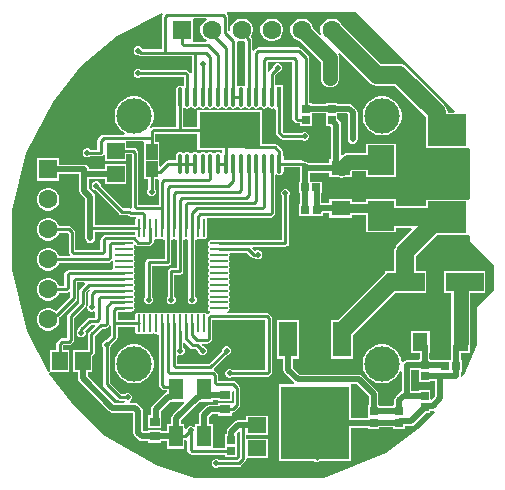
<source format=gtl>
G04*
G04 #@! TF.GenerationSoftware,Altium Limited,Altium Designer,22.10.1 (41)*
G04*
G04 Layer_Physical_Order=1*
G04 Layer_Color=255*
%FSLAX42Y42*%
%MOMM*%
G71*
G04*
G04 #@! TF.SameCoordinates,D2B3F530-26F6-4905-BC13-EF821CD2D141*
G04*
G04*
G04 #@! TF.FilePolarity,Positive*
G04*
G01*
G75*
%ADD14C,0.25*%
%ADD16R,1.01X1.33*%
%ADD17O,0.25X1.55*%
%ADD18O,1.55X0.25*%
%ADD19R,0.67X0.72*%
%ADD20R,0.72X0.67*%
%ADD21R,1.25X1.60*%
%ADD22R,1.55X1.35*%
%ADD23R,1.20X1.80*%
%ADD24R,0.85X0.75*%
%ADD25R,1.35X1.55*%
G04:AMPARAMS|DCode=26|XSize=1.66mm|YSize=0.38mm|CornerRadius=0.19mm|HoleSize=0mm|Usage=FLASHONLY|Rotation=270.000|XOffset=0mm|YOffset=0mm|HoleType=Round|Shape=RoundedRectangle|*
%AMROUNDEDRECTD26*
21,1,1.66,0.00,0,0,270.0*
21,1,1.27,0.38,0,0,270.0*
1,1,0.38,0.00,-0.64*
1,1,0.38,0.00,0.64*
1,1,0.38,0.00,0.64*
1,1,0.38,0.00,-0.64*
%
%ADD26ROUNDEDRECTD26*%
%ADD27R,0.38X1.66*%
%ADD28R,3.30X2.70*%
%ADD29R,2.20X2.50*%
%ADD30R,1.60X1.25*%
%ADD31R,3.20X1.60*%
%ADD32R,1.60X3.00*%
%ADD33R,5.80X6.20*%
%ADD39R,5.18X3.10*%
%ADD48C,0.51*%
%ADD49C,1.52*%
%ADD50C,0.76*%
%ADD51C,1.27*%
%ADD52C,3.00*%
%ADD53C,1.60*%
%ADD54R,1.60X1.60*%
%ADD55R,1.60X1.60*%
%ADD56C,1.52*%
%ADD57C,0.46*%
G36*
X9089Y9573D02*
X9073Y9563D01*
X9055Y9545D01*
X9043Y9524D01*
X9036Y9499D01*
Y9474D01*
X9043Y9450D01*
X9055Y9428D01*
X9073Y9411D01*
X9089Y9401D01*
X9086Y9388D01*
X8984D01*
X8973Y9392D01*
Y9582D01*
X8984Y9585D01*
X9086D01*
X9089Y9573D01*
D02*
G37*
G36*
X8722Y9623D02*
X8717Y9619D01*
X8711Y9610D01*
X8709Y9599D01*
X8709Y9599D01*
Y9321D01*
X8546D01*
X8541Y9331D01*
X8531Y9341D01*
X8517Y9347D01*
X8501D01*
X8487Y9341D01*
X8477Y9331D01*
X8471Y9317D01*
Y9302D01*
X8477Y9288D01*
X8487Y9277D01*
X8501Y9271D01*
X8513D01*
X8521Y9266D01*
X8532Y9264D01*
X8532Y9264D01*
X8963D01*
Y9122D01*
X8950Y9118D01*
X8946Y9124D01*
X8946Y9124D01*
X8931Y9139D01*
X8922Y9145D01*
X8911Y9147D01*
X8911Y9147D01*
X8534D01*
X8531Y9151D01*
X8517Y9157D01*
X8501D01*
X8487Y9151D01*
X8477Y9140D01*
X8471Y9126D01*
Y9111D01*
X8477Y9097D01*
X8487Y9086D01*
X8501Y9081D01*
X8517D01*
X8531Y9086D01*
X8534Y9090D01*
X8898D01*
Y9012D01*
X8890Y9009D01*
X8885Y9008D01*
X8875Y9015D01*
X8861Y9017D01*
X8848Y9015D01*
X8836Y9007D01*
X8829Y8996D01*
X8826Y8982D01*
Y8855D01*
X8829Y8841D01*
X8833Y8836D01*
Y8664D01*
X8638D01*
X8627Y8662D01*
X8622Y8659D01*
X8613Y8668D01*
X8621Y8681D01*
X8634Y8711D01*
X8640Y8743D01*
Y8775D01*
X8634Y8807D01*
X8621Y8837D01*
X8603Y8864D01*
X8580Y8887D01*
X8553Y8905D01*
X8523Y8918D01*
X8491Y8924D01*
X8459D01*
X8427Y8918D01*
X8397Y8905D01*
X8370Y8887D01*
X8347Y8864D01*
X8329Y8837D01*
X8316Y8807D01*
X8310Y8775D01*
Y8743D01*
X8316Y8711D01*
X8329Y8681D01*
X8347Y8654D01*
X8370Y8631D01*
X8395Y8614D01*
X8394Y8601D01*
X8217D01*
X8206Y8599D01*
X8197Y8593D01*
X8197Y8593D01*
X8171Y8567D01*
X8165Y8558D01*
X8163Y8547D01*
X8163Y8547D01*
Y8474D01*
X8103D01*
X8099Y8478D01*
X8085Y8484D01*
X8070D01*
X8056Y8478D01*
X8045Y8467D01*
X8039Y8453D01*
Y8438D01*
X8045Y8424D01*
X8056Y8413D01*
X8070Y8407D01*
X8085D01*
X8099Y8413D01*
X8103Y8417D01*
X8192D01*
X8202Y8419D01*
X8212Y8425D01*
X8213Y8427D01*
X8226Y8424D01*
Y8380D01*
X8411D01*
Y8434D01*
X8455D01*
Y7990D01*
X8455Y7990D01*
X8457Y7982D01*
X8452Y7977D01*
X8447Y7973D01*
X8444Y7975D01*
X8433Y7977D01*
X8433Y7977D01*
X8383D01*
X8192Y8168D01*
Y8174D01*
X8186Y8188D01*
X8175Y8198D01*
X8161Y8204D01*
X8146D01*
X8132Y8198D01*
X8121Y8188D01*
X8115Y8174D01*
Y8159D01*
X8121Y8145D01*
X8132Y8134D01*
X8146Y8128D01*
X8151D01*
X8351Y7929D01*
X8351Y7929D01*
X8360Y7922D01*
X8371Y7920D01*
X8371Y7920D01*
X8421D01*
X8428Y7914D01*
X8428Y7914D01*
X8437Y7908D01*
X8448Y7905D01*
X8491D01*
X8495Y7893D01*
X8493Y7892D01*
X8487Y7882D01*
X8485Y7872D01*
Y7835D01*
X8144D01*
Y8075D01*
X8141Y8091D01*
X8132Y8104D01*
X8093Y8143D01*
Y8226D01*
X8226D01*
Y8185D01*
X8411D01*
Y8350D01*
X8226D01*
Y8309D01*
X8093D01*
X8090Y8322D01*
X8081Y8335D01*
X8068Y8344D01*
X8052Y8347D01*
X7842D01*
Y8401D01*
X7652D01*
Y8211D01*
X7842D01*
Y8264D01*
X8010D01*
Y8126D01*
X8014Y8110D01*
X8022Y8097D01*
X8061Y8058D01*
Y7807D01*
Y7722D01*
X8064Y7706D01*
X8073Y7692D01*
X8087Y7683D01*
X8103Y7680D01*
X8118Y7683D01*
X8132Y7692D01*
X8141Y7706D01*
X8144Y7722D01*
Y7778D01*
X8485D01*
Y7760D01*
X8472Y7750D01*
X8471Y7750D01*
X8471Y7750D01*
X8232D01*
X8221Y7748D01*
X8212Y7742D01*
X8212Y7742D01*
X8197Y7727D01*
X8191Y7718D01*
X8188Y7707D01*
X8188Y7707D01*
Y7623D01*
X7979D01*
Y7772D01*
X7977Y7783D01*
X7970Y7793D01*
X7970Y7793D01*
X7945Y7818D01*
X7936Y7824D01*
X7925Y7826D01*
X7925Y7826D01*
X7838D01*
X7836Y7835D01*
X7823Y7856D01*
X7805Y7874D01*
X7784Y7887D01*
X7760Y7893D01*
X7734D01*
X7710Y7887D01*
X7689Y7874D01*
X7671Y7856D01*
X7658Y7835D01*
X7652Y7810D01*
Y7785D01*
X7658Y7761D01*
X7671Y7739D01*
X7689Y7722D01*
X7710Y7709D01*
X7734Y7703D01*
X7760D01*
X7784Y7709D01*
X7805Y7722D01*
X7823Y7739D01*
X7836Y7761D01*
X7838Y7769D01*
X7913D01*
X7922Y7761D01*
Y7609D01*
X7922Y7609D01*
X7924Y7599D01*
X7930Y7589D01*
X7934Y7585D01*
X7929Y7572D01*
X7838D01*
X7836Y7581D01*
X7823Y7602D01*
X7805Y7620D01*
X7784Y7633D01*
X7760Y7639D01*
X7734D01*
X7710Y7633D01*
X7689Y7620D01*
X7671Y7602D01*
X7658Y7581D01*
X7652Y7556D01*
Y7531D01*
X7658Y7507D01*
X7671Y7485D01*
X7689Y7468D01*
X7710Y7455D01*
X7734Y7449D01*
X7760D01*
X7784Y7455D01*
X7805Y7468D01*
X7823Y7485D01*
X7836Y7507D01*
X7838Y7515D01*
X8253D01*
X8253Y7515D01*
X8264Y7517D01*
X8273Y7524D01*
X8280Y7531D01*
X8284Y7530D01*
X8293Y7526D01*
X8295Y7518D01*
X8298Y7513D01*
X8300Y7504D01*
X8298Y7495D01*
X8295Y7490D01*
X8293Y7479D01*
X8294Y7470D01*
X8291Y7464D01*
X8287Y7458D01*
X7927D01*
X7916Y7455D01*
X7907Y7449D01*
X7907Y7449D01*
X7892Y7434D01*
X7886Y7425D01*
X7884Y7414D01*
X7884Y7414D01*
Y7318D01*
X7838D01*
X7836Y7327D01*
X7823Y7348D01*
X7805Y7366D01*
X7784Y7379D01*
X7760Y7385D01*
X7734D01*
X7710Y7379D01*
X7689Y7366D01*
X7671Y7348D01*
X7658Y7327D01*
X7652Y7302D01*
Y7277D01*
X7658Y7253D01*
X7671Y7231D01*
X7689Y7214D01*
X7710Y7201D01*
X7734Y7195D01*
X7760D01*
X7784Y7201D01*
X7805Y7214D01*
X7823Y7231D01*
X7836Y7253D01*
X7838Y7261D01*
X7897D01*
X7897Y7261D01*
X7908Y7263D01*
X7917Y7270D01*
X7922Y7274D01*
X7934Y7269D01*
Y7225D01*
X7867Y7158D01*
X7867Y7158D01*
X7813Y7104D01*
X7805Y7112D01*
X7784Y7125D01*
X7760Y7131D01*
X7734D01*
X7710Y7125D01*
X7689Y7112D01*
X7671Y7094D01*
X7658Y7073D01*
X7652Y7048D01*
Y7023D01*
X7658Y6999D01*
X7671Y6977D01*
X7689Y6960D01*
X7710Y6947D01*
X7734Y6941D01*
X7760D01*
X7784Y6947D01*
X7805Y6960D01*
X7823Y6977D01*
X7836Y6999D01*
X7842Y7023D01*
Y7048D01*
X7841Y7053D01*
X7844Y7055D01*
X7907Y7117D01*
X7907Y7117D01*
X7907Y7117D01*
X7983Y7193D01*
X7989Y7203D01*
X7991Y7214D01*
X7991Y7214D01*
Y7350D01*
X8055D01*
X8060Y7337D01*
X8019Y7296D01*
X8013Y7287D01*
X8011Y7276D01*
X8011Y7276D01*
Y7175D01*
X7917Y7081D01*
X7911Y7072D01*
X7909Y7061D01*
X7909Y7061D01*
Y6874D01*
X7861D01*
X7850Y6872D01*
X7841Y6865D01*
X7841Y6865D01*
X7824Y6848D01*
X7818Y6839D01*
X7816Y6828D01*
X7816Y6828D01*
Y6773D01*
X7761D01*
Y6593D01*
X7749Y6589D01*
X7747Y6591D01*
X7569Y6934D01*
X7442Y7455D01*
Y7963D01*
X7557Y8446D01*
X7785Y8877D01*
X8026Y9182D01*
X8331Y9436D01*
X8714Y9634D01*
X8722Y9623D01*
D02*
G37*
G36*
X9373Y9392D02*
X9398D01*
X9405Y9394D01*
X9418Y9384D01*
Y9012D01*
X9410Y9009D01*
X9405Y9008D01*
X9395Y9015D01*
X9381Y9017D01*
X9368Y9015D01*
X9357Y9008D01*
X9353Y9009D01*
X9345Y9012D01*
Y9386D01*
X9353Y9395D01*
X9357Y9396D01*
X9373Y9392D01*
D02*
G37*
G36*
X11190Y8800D02*
X11185Y8787D01*
X11141D01*
X11129Y8788D01*
X11125Y8812D01*
X11116Y8834D01*
X11102Y8854D01*
X11102Y8854D01*
X10784Y9171D01*
X10765Y9186D01*
X10743Y9195D01*
X10719Y9198D01*
X10567D01*
X10229Y9535D01*
X10224Y9545D01*
X10206Y9563D01*
X10184Y9576D01*
X10160Y9582D01*
X10135D01*
X10111Y9576D01*
X10089Y9563D01*
X10071Y9545D01*
X10059Y9524D01*
X10052Y9499D01*
Y9474D01*
X10058Y9453D01*
X10052Y9447D01*
X10047Y9445D01*
X9987Y9506D01*
X9982Y9524D01*
X9970Y9545D01*
X9952Y9563D01*
X9930Y9576D01*
X9906Y9582D01*
X9881D01*
X9857Y9576D01*
X9835Y9563D01*
X9817Y9545D01*
X9805Y9524D01*
X9798Y9499D01*
Y9474D01*
X9805Y9450D01*
X9817Y9428D01*
X9835Y9411D01*
X9857Y9398D01*
X9875Y9393D01*
X10055Y9213D01*
Y9081D01*
X10058Y9060D01*
X10066Y9041D01*
X10078Y9024D01*
X10095Y9012D01*
X10114Y9004D01*
X10135Y9001D01*
X10155Y9004D01*
X10174Y9012D01*
X10191Y9024D01*
X10203Y9041D01*
X10211Y9060D01*
X10214Y9081D01*
Y9246D01*
X10214Y9246D01*
X10213Y9256D01*
X10211Y9266D01*
X10205Y9280D01*
X10216Y9288D01*
X10463Y9041D01*
X10463Y9041D01*
X10482Y9026D01*
X10504Y9017D01*
X10528Y9014D01*
X10681D01*
X10944Y8750D01*
Y8695D01*
X10945Y8689D01*
Y8486D01*
X11303D01*
X11305Y8486D01*
X11316Y8481D01*
Y8056D01*
X11305Y8050D01*
X10945D01*
Y7992D01*
X10692D01*
Y8052D01*
X10441D01*
Y8030D01*
X10319D01*
Y8053D01*
X10128D01*
Y8017D01*
X10062D01*
Y8105D01*
X10068D01*
Y8202D01*
X9963D01*
Y8274D01*
X10128D01*
Y8238D01*
X10211D01*
X10224Y8236D01*
X10239D01*
X10239Y8236D01*
X10252Y8238D01*
X10319D01*
Y8283D01*
X10323Y8288D01*
X10441D01*
Y8242D01*
X10692D01*
Y8522D01*
X10441D01*
Y8447D01*
X10291D01*
X10290Y8447D01*
X10270Y8444D01*
X10251Y8436D01*
X10240Y8427D01*
X10239Y8427D01*
X10227Y8434D01*
Y8685D01*
X10224Y8701D01*
X10215Y8714D01*
X10196Y8733D01*
Y8779D01*
X10276D01*
X10284Y8771D01*
Y8560D01*
X10287Y8544D01*
X10296Y8531D01*
X10309Y8522D01*
X10325Y8518D01*
X10341Y8522D01*
X10354Y8531D01*
X10363Y8544D01*
X10367Y8560D01*
Y8788D01*
X10363Y8804D01*
X10354Y8818D01*
X10322Y8850D01*
X10309Y8859D01*
X10293Y8862D01*
X10196D01*
Y8872D01*
X10098D01*
Y8862D01*
X9980D01*
Y8872D01*
X9960D01*
Y9246D01*
X9958Y9257D01*
X9952Y9266D01*
X9952Y9266D01*
X9888Y9329D01*
X9879Y9335D01*
X9868Y9338D01*
X9868Y9338D01*
X9526D01*
X9515Y9335D01*
X9506Y9329D01*
X9506Y9329D01*
X9491Y9314D01*
X9487Y9309D01*
X9475Y9313D01*
Y9405D01*
X9475Y9405D01*
X9473Y9416D01*
X9466Y9425D01*
X9466Y9425D01*
X9462Y9429D01*
X9474Y9450D01*
X9481Y9474D01*
Y9499D01*
X9474Y9524D01*
X9462Y9545D01*
X9444Y9563D01*
X9422Y9576D01*
X9398Y9582D01*
X9373D01*
X9349Y9576D01*
X9327Y9563D01*
X9309Y9545D01*
X9297Y9524D01*
X9290Y9499D01*
Y9485D01*
X9277Y9478D01*
X9274Y9480D01*
Y9599D01*
X9272Y9610D01*
X9266Y9619D01*
X9266Y9619D01*
X9258Y9627D01*
X9264Y9639D01*
X10350D01*
X11190Y8800D01*
D02*
G37*
G36*
X9814Y8740D02*
X9814Y8740D01*
X9816Y8729D01*
X9822Y8720D01*
X9837Y8705D01*
X9837Y8705D01*
X9846Y8699D01*
X9857Y8696D01*
X9883D01*
Y8674D01*
X9980D01*
Y8779D01*
X10098D01*
Y8674D01*
X10138D01*
X10144Y8668D01*
Y8393D01*
X10128D01*
Y8357D01*
X9954D01*
X9951Y8361D01*
X9938Y8369D01*
X9922Y8373D01*
X9916Y8372D01*
X9914Y8374D01*
X9905Y8380D01*
X9894Y8382D01*
X9894Y8382D01*
X9741D01*
Y8417D01*
X9738Y8431D01*
X9732Y8440D01*
Y8457D01*
X9732Y8457D01*
X9730Y8468D01*
X9724Y8477D01*
X9687Y8514D01*
X9678Y8520D01*
X9667Y8522D01*
X9667Y8522D01*
X9558D01*
Y8806D01*
X9009D01*
Y8664D01*
X8890D01*
Y8825D01*
X8898Y8828D01*
X8902Y8829D01*
X8913Y8823D01*
X8926Y8820D01*
X8940Y8823D01*
X8951Y8830D01*
X8951Y8830D01*
X8966D01*
X8966Y8830D01*
X8978Y8823D01*
X8991Y8820D01*
X9005Y8823D01*
X9016Y8830D01*
X9016Y8830D01*
X9031D01*
X9031Y8830D01*
X9043Y8823D01*
X9056Y8820D01*
X9070Y8823D01*
X9081Y8830D01*
X9081Y8830D01*
X9096D01*
X9096Y8830D01*
X9108Y8823D01*
X9121Y8820D01*
X9135Y8823D01*
X9146Y8830D01*
X9146Y8830D01*
X9161D01*
X9161Y8830D01*
X9173Y8823D01*
X9186Y8820D01*
X9200Y8823D01*
X9211Y8830D01*
X9211Y8830D01*
X9226D01*
X9226Y8830D01*
X9238Y8823D01*
X9251Y8820D01*
X9265Y8823D01*
X9276Y8830D01*
X9276Y8830D01*
X9291D01*
X9291Y8830D01*
X9303Y8823D01*
X9316Y8820D01*
X9330Y8823D01*
X9341Y8830D01*
X9341Y8830D01*
X9356D01*
X9356Y8830D01*
X9368Y8823D01*
X9381Y8820D01*
X9395Y8823D01*
X9406Y8830D01*
X9406Y8830D01*
X9421D01*
X9421Y8830D01*
X9433Y8823D01*
X9446Y8820D01*
X9460Y8823D01*
X9471Y8830D01*
X9471Y8830D01*
X9486D01*
X9486Y8830D01*
X9498Y8823D01*
X9511Y8820D01*
X9525Y8823D01*
X9536Y8830D01*
X9536Y8830D01*
X9551D01*
X9551Y8830D01*
X9563Y8823D01*
X9576Y8820D01*
X9590Y8823D01*
X9601Y8830D01*
X9601Y8830D01*
X9616D01*
X9616Y8830D01*
X9628Y8823D01*
X9641Y8820D01*
X9655Y8823D01*
X9659Y8826D01*
X9672Y8821D01*
X9678Y8810D01*
Y8613D01*
X9678Y8613D01*
X9680Y8602D01*
X9686Y8593D01*
X9714Y8565D01*
X9714Y8565D01*
X9723Y8559D01*
X9734Y8557D01*
X9734Y8557D01*
X9893D01*
X9897Y8553D01*
X9911Y8547D01*
X9926D01*
X9940Y8553D01*
X9951Y8564D01*
X9957Y8578D01*
Y8593D01*
X9951Y8607D01*
X9940Y8618D01*
X9926Y8623D01*
X9911D01*
X9897Y8618D01*
X9893Y8614D01*
X9746D01*
X9735Y8625D01*
Y8821D01*
X9740D01*
Y9017D01*
X9672D01*
X9670Y9028D01*
Y9105D01*
X9692Y9127D01*
X9698D01*
X9712Y9133D01*
X9722Y9144D01*
X9728Y9158D01*
Y9173D01*
X9722Y9187D01*
X9712Y9198D01*
X9698Y9203D01*
X9683D01*
X9669Y9198D01*
X9658Y9187D01*
X9652Y9173D01*
Y9168D01*
X9621Y9137D01*
X9617Y9131D01*
X9605Y9135D01*
Y9217D01*
X9814D01*
Y8740D01*
D02*
G37*
G36*
X9009Y8466D02*
X9223D01*
Y8447D01*
X9215Y8444D01*
X9210Y8443D01*
X9200Y8449D01*
X9186Y8452D01*
X9173Y8449D01*
X9161Y8442D01*
X9161Y8442D01*
X9146D01*
X9146Y8442D01*
X9135Y8449D01*
X9121Y8452D01*
X9108Y8449D01*
X9096Y8442D01*
X9096Y8442D01*
X9081D01*
X9081Y8442D01*
X9070Y8449D01*
X9056Y8452D01*
X9043Y8449D01*
X9031Y8442D01*
X9031Y8442D01*
X9016D01*
X9016Y8442D01*
X9005Y8449D01*
X8991Y8452D01*
X8978Y8449D01*
X8966Y8442D01*
X8966Y8442D01*
X8951D01*
X8951Y8442D01*
X8940Y8449D01*
X8926Y8452D01*
X8913Y8449D01*
X8901Y8442D01*
X8901Y8442D01*
X8886D01*
X8886Y8442D01*
X8875Y8449D01*
X8861Y8452D01*
X8848Y8449D01*
X8836Y8442D01*
X8829Y8431D01*
X8826Y8417D01*
Y8382D01*
X8765D01*
X8754Y8380D01*
X8745Y8374D01*
X8745Y8374D01*
X8730Y8359D01*
X8730Y8359D01*
X8701Y8329D01*
X8689Y8334D01*
Y8372D01*
Y8536D01*
X8652D01*
Y8608D01*
X9009D01*
Y8466D01*
D02*
G37*
G36*
X9880Y8202D02*
X9871D01*
Y8105D01*
X9883D01*
Y8012D01*
X9874D01*
Y7914D01*
X10071D01*
Y7933D01*
X10072Y7933D01*
X10074Y7934D01*
X10128D01*
Y7898D01*
X10319D01*
Y7921D01*
X10441D01*
Y7772D01*
X10692D01*
Y7807D01*
X10822D01*
X10827Y7795D01*
X10703Y7671D01*
X10689Y7652D01*
X10679Y7630D01*
X10676Y7606D01*
Y7449D01*
X10598D01*
Y7427D01*
X10582Y7415D01*
X10582Y7415D01*
X10201Y7034D01*
X10141D01*
Y6703D01*
X10331D01*
Y6903D01*
X10685Y7257D01*
X10770D01*
X10776Y7258D01*
X10949D01*
Y7449D01*
X10861D01*
Y7568D01*
X11042Y7749D01*
X11305D01*
X11316Y7743D01*
Y7696D01*
X11519Y7493D01*
Y7277D01*
X11379Y7137D01*
Y6820D01*
X11278Y6579D01*
X11254Y6546D01*
X11242Y6551D01*
X11243Y6553D01*
Y6593D01*
X11252D01*
Y6691D01*
X11243D01*
Y6750D01*
X11317D01*
Y6833D01*
X11319Y6845D01*
Y7258D01*
X11449D01*
Y7449D01*
X11098D01*
Y7258D01*
X11160D01*
Y6845D01*
X11162Y6833D01*
Y6812D01*
X11161Y6808D01*
Y6766D01*
X11160Y6761D01*
Y6691D01*
X11055D01*
Y6690D01*
X10984D01*
Y6700D01*
X10976D01*
Y6750D01*
X10977D01*
Y6941D01*
X10822D01*
Y6750D01*
X10893D01*
Y6700D01*
X10886D01*
Y6690D01*
X10782D01*
X10766Y6687D01*
X10753Y6678D01*
X10753Y6678D01*
X10739Y6680D01*
X10734Y6707D01*
X10721Y6737D01*
X10703Y6764D01*
X10680Y6787D01*
X10653Y6805D01*
X10623Y6818D01*
X10591Y6824D01*
X10559D01*
X10527Y6818D01*
X10497Y6805D01*
X10470Y6787D01*
X10447Y6764D01*
X10429Y6737D01*
X10416Y6707D01*
X10410Y6675D01*
Y6643D01*
X10416Y6611D01*
X10429Y6581D01*
X10447Y6554D01*
X10470Y6531D01*
X10497Y6512D01*
X10527Y6500D01*
X10559Y6494D01*
X10591D01*
X10623Y6500D01*
X10653Y6512D01*
X10680Y6531D01*
X10703Y6554D01*
X10721Y6581D01*
X10728Y6597D01*
X10741Y6594D01*
Y6426D01*
X10728Y6417D01*
X10689Y6379D01*
X10681Y6366D01*
X10677Y6350D01*
Y6309D01*
X10670D01*
Y6300D01*
X10552D01*
Y6309D01*
X10544D01*
Y6401D01*
X10541Y6417D01*
X10532Y6430D01*
X10405Y6557D01*
X10392Y6566D01*
X10376Y6569D01*
X9877D01*
X9821Y6626D01*
Y6703D01*
X9874D01*
Y7034D01*
X9684D01*
Y6703D01*
X9738D01*
Y6608D01*
X9741Y6593D01*
X9750Y6579D01*
X9830Y6499D01*
X9832Y6497D01*
X9828Y6485D01*
X9702D01*
Y5834D01*
X10001D01*
X10008Y5829D01*
X10019Y5826D01*
X10030Y5828D01*
X10040Y5834D01*
X10040Y5834D01*
X10313D01*
Y6118D01*
X10454D01*
Y6111D01*
X10552D01*
Y6121D01*
X10670D01*
Y6111D01*
X10768D01*
Y6131D01*
X10817D01*
X10833Y6135D01*
X10847Y6144D01*
X10944Y6241D01*
X10984D01*
Y6261D01*
X11002D01*
X11014Y6264D01*
X11022Y6253D01*
X10909Y6134D01*
X10604Y5906D01*
X10084Y5690D01*
X8992D01*
X8661Y5804D01*
X8230Y6045D01*
X7938Y6337D01*
X7759Y6576D01*
X7766Y6587D01*
X7927D01*
Y6773D01*
X7873D01*
Y6816D01*
X7873Y6817D01*
X7923D01*
X7923Y6817D01*
X7934Y6819D01*
X7943Y6825D01*
X7958Y6840D01*
X7958Y6840D01*
X7964Y6849D01*
X7966Y6860D01*
Y7049D01*
X8059Y7143D01*
X8059Y7143D01*
X8065Y7152D01*
X8068Y7163D01*
Y7264D01*
X8094Y7291D01*
X8094Y7291D01*
X8098Y7277D01*
X8095Y7274D01*
X8089Y7265D01*
X8087Y7254D01*
X8087Y7254D01*
Y7163D01*
X8083Y7159D01*
X8077Y7145D01*
Y7130D01*
X8083Y7116D01*
X8094Y7105D01*
X8108Y7099D01*
X8123D01*
X8135Y7104D01*
X8148Y7099D01*
Y7049D01*
X8100D01*
X8100Y7049D01*
X8089Y7047D01*
X8080Y7041D01*
X8080Y7041D01*
X8010Y6971D01*
X8004Y6962D01*
X8002Y6951D01*
X8002Y6951D01*
Y6951D01*
X7994Y6943D01*
X7988Y6929D01*
Y6914D01*
X7994Y6900D01*
X8005Y6889D01*
X8019Y6883D01*
X8034D01*
X8048Y6889D01*
X8059Y6900D01*
X8064Y6914D01*
Y6929D01*
X8060Y6940D01*
X8112Y6992D01*
X8142D01*
X8147Y6980D01*
X8094Y6928D01*
X8088Y6919D01*
X8086Y6908D01*
X8086Y6908D01*
Y6773D01*
X7956D01*
Y6587D01*
X7998D01*
Y6540D01*
X8001Y6525D01*
X8010Y6511D01*
X8263Y6258D01*
X8276Y6249D01*
X8292Y6246D01*
X8462D01*
X8468Y6241D01*
Y6075D01*
X8471Y6059D01*
X8480Y6046D01*
X8509Y6016D01*
X8523Y6007D01*
X8539Y6004D01*
X8591D01*
Y5992D01*
X8706D01*
Y6004D01*
X8751D01*
Y5940D01*
X8902D01*
Y6013D01*
X8903Y6015D01*
X8913Y6017D01*
X8925Y6008D01*
Y5933D01*
X8925Y5933D01*
X8927Y5922D01*
X8933Y5913D01*
X8948Y5898D01*
X8948Y5898D01*
X8957Y5892D01*
X8968Y5890D01*
X9248D01*
Y5867D01*
X9345D01*
Y5963D01*
Y6065D01*
X9345D01*
X9348Y6076D01*
X9357Y6085D01*
X9370Y6080D01*
Y5867D01*
X9348Y5845D01*
X9195D01*
X9191Y5849D01*
X9177Y5855D01*
X9162D01*
X9148Y5849D01*
X9137Y5838D01*
X9131Y5824D01*
Y5809D01*
X9137Y5795D01*
X9148Y5784D01*
X9162Y5778D01*
X9177D01*
X9191Y5784D01*
X9195Y5788D01*
X9360D01*
X9360Y5788D01*
X9371Y5790D01*
X9380Y5796D01*
X9418Y5835D01*
X9424Y5844D01*
X9426Y5855D01*
X9436Y5861D01*
X9605D01*
Y6026D01*
X9426D01*
Y6056D01*
X9605D01*
Y6221D01*
X9420D01*
Y6180D01*
X9352D01*
X9336Y6177D01*
X9322Y6168D01*
X9270Y6116D01*
X9261Y6102D01*
X9258Y6086D01*
Y6065D01*
X9248D01*
Y5947D01*
X9142D01*
Y6150D01*
X9108D01*
Y6205D01*
X9136Y6232D01*
X9188D01*
Y6221D01*
X9303D01*
Y6239D01*
X9311Y6248D01*
X9322Y6250D01*
X9331Y6256D01*
X9367Y6292D01*
X9367Y6292D01*
X9374Y6301D01*
X9376Y6312D01*
X9376Y6312D01*
Y6452D01*
X9376Y6452D01*
X9374Y6463D01*
X9367Y6472D01*
X9329Y6510D01*
X9320Y6516D01*
X9309Y6518D01*
X9309Y6518D01*
X9185D01*
Y6564D01*
X9183Y6575D01*
X9177Y6584D01*
X9177Y6584D01*
X9162Y6599D01*
X9153Y6605D01*
X9152Y6605D01*
X9148Y6619D01*
X9260Y6731D01*
X9266D01*
X9280Y6737D01*
X9291Y6748D01*
X9296Y6762D01*
Y6777D01*
X9291Y6791D01*
X9280Y6801D01*
X9266Y6807D01*
X9251D01*
X9237Y6801D01*
X9226Y6791D01*
X9220Y6777D01*
Y6771D01*
X9107Y6658D01*
X8842D01*
Y6724D01*
X8855Y6732D01*
X8857Y6731D01*
X8872D01*
X8886Y6737D01*
X8897Y6748D01*
X8903Y6762D01*
Y6777D01*
X8897Y6791D01*
X8893Y6794D01*
Y6835D01*
X8906Y6840D01*
X8951Y6795D01*
X8951Y6795D01*
X8960Y6789D01*
X8971Y6786D01*
X8971Y6786D01*
X8998D01*
X9017Y6767D01*
Y6762D01*
X9023Y6748D01*
X9034Y6737D01*
X9048Y6731D01*
X9063D01*
X9077Y6737D01*
X9087Y6748D01*
X9093Y6762D01*
Y6777D01*
X9087Y6791D01*
X9077Y6801D01*
X9063Y6807D01*
X9057D01*
X9047Y6818D01*
X9052Y6830D01*
X9091D01*
X9091Y6830D01*
X9102Y6832D01*
X9111Y6838D01*
X9126Y6853D01*
X9126Y6853D01*
X9132Y6862D01*
X9134Y6873D01*
Y7033D01*
X9585D01*
Y6607D01*
X9309D01*
X9305Y6611D01*
X9291Y6617D01*
X9276D01*
X9262Y6611D01*
X9251Y6600D01*
X9246Y6586D01*
Y6571D01*
X9251Y6557D01*
X9262Y6546D01*
X9276Y6540D01*
X9291D01*
X9305Y6546D01*
X9309Y6550D01*
X9599D01*
X9599Y6550D01*
X9610Y6552D01*
X9619Y6558D01*
X9634Y6573D01*
X9634Y6573D01*
X9640Y6583D01*
X9642Y6593D01*
Y7046D01*
X9640Y7057D01*
X9634Y7066D01*
X9634Y7066D01*
X9619Y7081D01*
X9610Y7088D01*
X9599Y7090D01*
X9599Y7090D01*
X9265D01*
X9264Y7102D01*
X9267Y7103D01*
X9276Y7109D01*
X9282Y7118D01*
X9284Y7129D01*
X9282Y7140D01*
X9276Y7149D01*
Y7159D01*
X9282Y7168D01*
X9284Y7179D01*
X9282Y7190D01*
X9276Y7199D01*
Y7209D01*
X9282Y7218D01*
X9284Y7229D01*
X9282Y7240D01*
X9276Y7249D01*
Y7259D01*
X9282Y7268D01*
X9284Y7279D01*
X9282Y7290D01*
X9276Y7299D01*
Y7309D01*
X9282Y7318D01*
X9284Y7329D01*
X9282Y7340D01*
X9276Y7349D01*
Y7359D01*
X9282Y7368D01*
X9284Y7379D01*
X9282Y7390D01*
X9276Y7399D01*
Y7409D01*
X9282Y7418D01*
X9284Y7429D01*
X9282Y7440D01*
X9276Y7449D01*
Y7459D01*
X9282Y7468D01*
X9284Y7479D01*
X9282Y7490D01*
X9276Y7499D01*
Y7509D01*
X9282Y7518D01*
X9284Y7529D01*
X9282Y7540D01*
X9276Y7549D01*
Y7559D01*
X9282Y7568D01*
X9284Y7579D01*
X9282Y7588D01*
X9286Y7595D01*
X9290Y7601D01*
X9429D01*
X9468Y7562D01*
X9468Y7562D01*
X9478Y7556D01*
X9488Y7553D01*
X9488Y7553D01*
X9497D01*
X9501Y7550D01*
X9515Y7544D01*
X9530D01*
X9544Y7550D01*
X9555Y7560D01*
X9561Y7574D01*
Y7589D01*
X9555Y7603D01*
X9544Y7614D01*
X9530Y7620D01*
X9515D01*
X9501Y7614D01*
X9499Y7612D01*
X9473Y7638D01*
X9478Y7651D01*
X9757D01*
X9768Y7653D01*
X9777Y7659D01*
X9783Y7668D01*
X9785Y7679D01*
Y8077D01*
X9789Y8081D01*
X9795Y8095D01*
Y8110D01*
X9789Y8124D01*
X9778Y8135D01*
X9764Y8141D01*
X9749D01*
X9735Y8135D01*
X9724Y8124D01*
X9719Y8110D01*
Y8095D01*
X9724Y8081D01*
X9728Y8077D01*
Y7708D01*
X9191D01*
X9190Y7707D01*
X9126D01*
X9115Y7705D01*
X9106Y7699D01*
X9100Y7690D01*
X9098Y7679D01*
X9100Y7668D01*
X9106Y7659D01*
Y7649D01*
X9100Y7640D01*
X9098Y7629D01*
X9100Y7618D01*
X9106Y7609D01*
Y7599D01*
X9100Y7590D01*
X9098Y7579D01*
X9100Y7568D01*
X9106Y7559D01*
Y7549D01*
X9100Y7540D01*
X9098Y7529D01*
X9100Y7518D01*
X9106Y7509D01*
Y7499D01*
X9100Y7490D01*
X9098Y7479D01*
X9100Y7468D01*
X9106Y7459D01*
Y7449D01*
X9100Y7440D01*
X9098Y7429D01*
X9100Y7418D01*
X9106Y7409D01*
Y7399D01*
X9100Y7390D01*
X9098Y7379D01*
X9100Y7368D01*
X9106Y7359D01*
Y7349D01*
X9100Y7340D01*
X9098Y7329D01*
X9100Y7318D01*
X9106Y7309D01*
Y7299D01*
X9100Y7290D01*
X9098Y7279D01*
X9100Y7268D01*
X9106Y7259D01*
Y7249D01*
X9100Y7240D01*
X9098Y7229D01*
X9100Y7218D01*
X9106Y7209D01*
Y7199D01*
X9100Y7190D01*
X9098Y7179D01*
X9100Y7168D01*
X9106Y7159D01*
Y7149D01*
X9100Y7140D01*
X9098Y7129D01*
X9100Y7118D01*
X9106Y7109D01*
X9115Y7103D01*
X9120Y7102D01*
X9121Y7090D01*
X9110Y7088D01*
X9101Y7082D01*
X9100Y7081D01*
X9085Y7084D01*
X9083Y7087D01*
X9074Y7093D01*
X9063Y7095D01*
X9053Y7093D01*
X9043Y7087D01*
X9033D01*
X9024Y7093D01*
X9013Y7095D01*
X9003Y7093D01*
X8997Y7089D01*
X8988Y7087D01*
X8980Y7089D01*
X8974Y7093D01*
X8963Y7095D01*
X8953Y7093D01*
X8947Y7089D01*
X8938Y7087D01*
X8930Y7089D01*
X8924Y7093D01*
X8913Y7095D01*
X8903Y7093D01*
X8893Y7087D01*
X8883D01*
X8874Y7093D01*
X8863Y7095D01*
X8853Y7093D01*
X8847Y7089D01*
X8838Y7087D01*
X8830Y7089D01*
X8824Y7093D01*
X8813Y7095D01*
X8803Y7093D01*
X8793Y7087D01*
X8783D01*
X8774Y7093D01*
X8763Y7095D01*
X8753Y7093D01*
X8747Y7089D01*
X8738Y7087D01*
X8730Y7089D01*
X8724Y7093D01*
X8713Y7095D01*
X8703Y7093D01*
X8697Y7089D01*
X8688Y7087D01*
X8680Y7089D01*
X8674Y7093D01*
X8663Y7095D01*
X8653Y7093D01*
X8643Y7087D01*
X8633D01*
X8624Y7093D01*
X8613Y7095D01*
X8603Y7093D01*
X8597Y7089D01*
X8588Y7087D01*
X8580Y7089D01*
X8574Y7093D01*
X8563Y7095D01*
X8553Y7093D01*
X8547Y7089D01*
X8538Y7087D01*
X8530Y7089D01*
X8524Y7093D01*
X8513Y7095D01*
X8503Y7093D01*
X8493Y7087D01*
X8487Y7077D01*
X8485Y7067D01*
Y7030D01*
X8336D01*
Y7101D01*
X8386D01*
X8387Y7101D01*
X8451D01*
X8462Y7103D01*
X8471Y7109D01*
X8477Y7118D01*
X8479Y7129D01*
X8477Y7140D01*
X8473Y7145D01*
X8472Y7154D01*
X8473Y7163D01*
X8477Y7168D01*
X8479Y7179D01*
X8477Y7190D01*
X8473Y7195D01*
X8472Y7204D01*
X8473Y7213D01*
X8477Y7218D01*
X8479Y7229D01*
X8477Y7240D01*
X8473Y7245D01*
X8472Y7254D01*
X8473Y7263D01*
X8477Y7268D01*
X8479Y7279D01*
X8477Y7290D01*
X8473Y7295D01*
X8472Y7304D01*
X8473Y7313D01*
X8477Y7318D01*
X8479Y7329D01*
X8477Y7340D01*
X8473Y7345D01*
X8472Y7354D01*
X8473Y7363D01*
X8477Y7368D01*
X8479Y7379D01*
X8477Y7390D01*
X8471Y7399D01*
Y7409D01*
X8477Y7418D01*
X8479Y7429D01*
X8477Y7440D01*
X8473Y7445D01*
X8472Y7454D01*
X8473Y7463D01*
X8477Y7468D01*
X8479Y7479D01*
X8477Y7490D01*
X8473Y7495D01*
X8472Y7504D01*
X8473Y7513D01*
X8477Y7518D01*
X8479Y7529D01*
X8477Y7540D01*
X8473Y7545D01*
X8472Y7554D01*
X8473Y7563D01*
X8477Y7568D01*
X8479Y7579D01*
X8477Y7590D01*
X8473Y7595D01*
X8472Y7604D01*
X8473Y7613D01*
X8477Y7618D01*
X8479Y7629D01*
X8477Y7640D01*
X8471Y7649D01*
Y7659D01*
X8473Y7662D01*
X8488Y7664D01*
X8489Y7663D01*
X8498Y7657D01*
X8509Y7655D01*
X8509Y7655D01*
X8599D01*
X8599Y7655D01*
X8609Y7657D01*
X8619Y7663D01*
X8634Y7678D01*
X8634Y7678D01*
X8640Y7687D01*
X8642Y7698D01*
Y7707D01*
X8648Y7712D01*
X8655Y7715D01*
X8663Y7713D01*
X8674Y7715D01*
X8680Y7719D01*
X8688Y7721D01*
X8697Y7719D01*
X8703Y7715D01*
X8713Y7713D01*
X8722Y7715D01*
X8729Y7712D01*
X8735Y7707D01*
Y7547D01*
X8598D01*
X8587Y7545D01*
X8578Y7539D01*
X8572Y7529D01*
X8569Y7518D01*
Y7226D01*
X8566Y7222D01*
X8560Y7208D01*
Y7193D01*
X8566Y7179D01*
X8576Y7169D01*
X8590Y7163D01*
X8605D01*
X8619Y7169D01*
X8630Y7179D01*
X8636Y7193D01*
Y7208D01*
X8630Y7222D01*
X8626Y7226D01*
Y7490D01*
X8763D01*
X8774Y7492D01*
X8784Y7498D01*
X8790Y7507D01*
X8792Y7518D01*
Y7707D01*
X8798Y7712D01*
X8805Y7715D01*
X8813Y7713D01*
X8822Y7715D01*
X8829Y7712D01*
X8835Y7707D01*
Y7471D01*
X8788D01*
X8777Y7469D01*
X8768Y7462D01*
X8762Y7453D01*
X8760Y7442D01*
Y7226D01*
X8756Y7222D01*
X8750Y7208D01*
Y7193D01*
X8756Y7179D01*
X8767Y7169D01*
X8781Y7163D01*
X8796D01*
X8810Y7169D01*
X8821Y7179D01*
X8826Y7193D01*
Y7208D01*
X8821Y7222D01*
X8817Y7226D01*
Y7414D01*
X8863D01*
X8874Y7416D01*
X8884Y7422D01*
X8890Y7431D01*
X8892Y7442D01*
Y7707D01*
X8898Y7712D01*
X8905Y7715D01*
X8913Y7713D01*
X8922Y7715D01*
X8929Y7712D01*
X8935Y7707D01*
Y7226D01*
X8935Y7225D01*
X8935Y7224D01*
X8934Y7222D01*
X8928Y7208D01*
Y7193D01*
X8934Y7179D01*
X8945Y7169D01*
X8959Y7163D01*
X8974D01*
X8988Y7169D01*
X8999Y7179D01*
X9004Y7193D01*
Y7208D01*
X8999Y7222D01*
X8992Y7229D01*
Y7707D01*
X8998Y7712D01*
X9005Y7715D01*
X9013Y7713D01*
X9024Y7715D01*
X9030Y7719D01*
X9038Y7721D01*
X9047Y7719D01*
X9053Y7715D01*
X9063Y7713D01*
X9074Y7715D01*
X9083Y7722D01*
X9090Y7731D01*
X9092Y7742D01*
Y7872D01*
X9090Y7882D01*
X9089Y7884D01*
X9096Y7896D01*
X9626D01*
X9626Y7896D01*
X9637Y7898D01*
X9646Y7905D01*
X9661Y7920D01*
X9661Y7920D01*
X9668Y7929D01*
X9670Y7940D01*
Y8260D01*
X9678Y8263D01*
X9682Y8264D01*
X9693Y8257D01*
X9706Y8255D01*
X9720Y8257D01*
X9731Y8265D01*
X9738Y8276D01*
X9741Y8290D01*
Y8325D01*
X9880D01*
Y8202D01*
D02*
G37*
G36*
X8557Y8536D02*
Y8372D01*
Y8224D01*
X8595D01*
Y8141D01*
X8591Y8137D01*
X8585Y8123D01*
Y8108D01*
X8591Y8094D01*
X8602Y8083D01*
X8616Y8077D01*
X8631D01*
X8645Y8083D01*
X8656Y8094D01*
X8661Y8108D01*
Y8123D01*
X8656Y8137D01*
X8652Y8141D01*
Y8224D01*
X8679D01*
X8686Y8215D01*
X8687Y8211D01*
X8685Y8202D01*
X8685Y8202D01*
Y8004D01*
X8512D01*
Y8448D01*
X8510Y8459D01*
X8504Y8468D01*
X8504Y8468D01*
X8489Y8483D01*
X8480Y8489D01*
X8469Y8491D01*
X8469Y8491D01*
X8411D01*
Y8544D01*
X8548D01*
X8557Y8536D01*
D02*
G37*
G36*
X8279Y6982D02*
Y6897D01*
X8240Y6858D01*
X8235D01*
X8221Y6852D01*
X8210Y6841D01*
X8204Y6827D01*
Y6812D01*
X8210Y6798D01*
X8214Y6795D01*
Y6486D01*
X8214Y6486D01*
X8216Y6475D01*
X8222Y6466D01*
X8333Y6355D01*
X8333Y6355D01*
X8342Y6349D01*
X8353Y6347D01*
X8353Y6347D01*
X8391D01*
X8397Y6342D01*
X8391Y6329D01*
X8309D01*
X8081Y6558D01*
Y6587D01*
X8122D01*
Y6727D01*
X8135Y6740D01*
X8135Y6740D01*
X8141Y6749D01*
X8143Y6760D01*
Y6896D01*
X8203Y6957D01*
X8227D01*
X8227Y6957D01*
X8238Y6959D01*
X8248Y6965D01*
X8262Y6980D01*
X8262Y6980D01*
X8266Y6986D01*
X8279Y6982D01*
D02*
G37*
G36*
X10886Y6502D02*
X10984D01*
Y6512D01*
X11027D01*
Y6386D01*
X10996Y6356D01*
X10984Y6361D01*
Y6439D01*
X10886D01*
Y6430D01*
X10824D01*
Y6607D01*
X10886D01*
Y6502D01*
D02*
G37*
G36*
X9319Y6430D02*
Y6332D01*
X9315Y6330D01*
X9303Y6327D01*
Y6327D01*
X9188D01*
Y6315D01*
X9119D01*
X9103Y6312D01*
X9089Y6303D01*
X9037Y6251D01*
X9028Y6238D01*
X9025Y6222D01*
Y6150D01*
X8991D01*
Y6130D01*
X8979Y6125D01*
X8975Y6128D01*
X8961Y6134D01*
X8946D01*
X8932Y6128D01*
X8921Y6118D01*
X8917Y6108D01*
X8914Y6107D01*
X8902Y6114D01*
Y6150D01*
X8874D01*
Y6183D01*
X9031Y6339D01*
X9032D01*
X9036Y6340D01*
X9142D01*
Y6357D01*
X9188D01*
Y6346D01*
X9303D01*
Y6425D01*
X9316Y6432D01*
X9319Y6430D01*
D02*
G37*
G36*
X10461Y6384D02*
Y6309D01*
X10454D01*
Y6201D01*
X10313D01*
Y6485D01*
X10325Y6486D01*
X10359D01*
X10461Y6384D01*
D02*
G37*
G36*
X8485Y6937D02*
X8487Y6926D01*
X8493Y6917D01*
X8503Y6910D01*
X8513Y6908D01*
X8524Y6910D01*
X8530Y6914D01*
X8538Y6916D01*
X8547Y6914D01*
X8553Y6910D01*
X8563Y6908D01*
X8574Y6910D01*
X8580Y6914D01*
X8588Y6916D01*
X8597Y6914D01*
X8603Y6910D01*
X8613Y6908D01*
X8624Y6910D01*
X8633Y6917D01*
X8643D01*
X8653Y6910D01*
X8663Y6908D01*
X8672Y6910D01*
X8680Y6906D01*
X8685Y6902D01*
Y6479D01*
X8685Y6479D01*
X8687Y6468D01*
X8693Y6459D01*
X8708Y6444D01*
X8708Y6444D01*
X8717Y6438D01*
X8728Y6436D01*
X8751D01*
Y6420D01*
X8746Y6419D01*
X8733Y6410D01*
X8629Y6306D01*
X8620Y6293D01*
X8617Y6277D01*
Y6223D01*
X8591D01*
Y6117D01*
X8706D01*
Y6223D01*
X8700D01*
Y6260D01*
X8779Y6339D01*
X8792D01*
X8796Y6340D01*
X8896D01*
X8902Y6327D01*
X8804Y6229D01*
X8795Y6216D01*
X8792Y6200D01*
Y6150D01*
X8751D01*
Y6087D01*
X8706D01*
Y6098D01*
X8591D01*
Y6087D01*
X8556D01*
X8550Y6092D01*
Y6258D01*
X8547Y6274D01*
X8538Y6287D01*
X8509Y6317D01*
X8495Y6326D01*
X8479Y6329D01*
X8441D01*
X8438Y6342D01*
X8442Y6343D01*
X8452Y6354D01*
X8458Y6368D01*
Y6383D01*
X8452Y6397D01*
X8442Y6408D01*
X8428Y6414D01*
X8413D01*
X8399Y6408D01*
X8395Y6404D01*
X8365D01*
X8271Y6498D01*
Y6795D01*
X8275Y6798D01*
X8280Y6812D01*
Y6818D01*
X8328Y6865D01*
X8328Y6865D01*
X8334Y6874D01*
X8336Y6885D01*
X8336Y6885D01*
Y6973D01*
X8485D01*
Y6937D01*
D02*
G37*
%LPC*%
G36*
X7760Y8147D02*
X7734D01*
X7710Y8141D01*
X7689Y8128D01*
X7671Y8110D01*
X7658Y8089D01*
X7652Y8064D01*
Y8039D01*
X7658Y8015D01*
X7671Y7993D01*
X7689Y7976D01*
X7710Y7963D01*
X7734Y7957D01*
X7760D01*
X7784Y7963D01*
X7805Y7976D01*
X7823Y7993D01*
X7836Y8015D01*
X7842Y8039D01*
Y8064D01*
X7836Y8089D01*
X7823Y8110D01*
X7805Y8128D01*
X7784Y8141D01*
X7760Y8147D01*
D02*
G37*
G36*
X9652Y9582D02*
X9627D01*
X9603Y9576D01*
X9581Y9563D01*
X9563Y9545D01*
X9551Y9524D01*
X9544Y9499D01*
Y9474D01*
X9551Y9450D01*
X9563Y9428D01*
X9581Y9411D01*
X9603Y9398D01*
X9627Y9392D01*
X9652D01*
X9676Y9398D01*
X9698Y9411D01*
X9716Y9428D01*
X9728Y9450D01*
X9735Y9474D01*
Y9499D01*
X9728Y9524D01*
X9716Y9545D01*
X9698Y9563D01*
X9676Y9576D01*
X9652Y9582D01*
D02*
G37*
G36*
X10591Y8924D02*
X10559D01*
X10527Y8918D01*
X10497Y8905D01*
X10470Y8887D01*
X10447Y8864D01*
X10429Y8837D01*
X10416Y8807D01*
X10410Y8775D01*
Y8743D01*
X10416Y8711D01*
X10429Y8681D01*
X10447Y8654D01*
X10470Y8631D01*
X10497Y8612D01*
X10527Y8600D01*
X10559Y8594D01*
X10591D01*
X10623Y8600D01*
X10653Y8612D01*
X10680Y8631D01*
X10703Y8654D01*
X10721Y8681D01*
X10734Y8711D01*
X10740Y8743D01*
Y8775D01*
X10734Y8807D01*
X10721Y8837D01*
X10703Y8864D01*
X10680Y8887D01*
X10653Y8905D01*
X10623Y8918D01*
X10591Y8924D01*
D02*
G37*
G36*
X8491Y6824D02*
X8459D01*
X8427Y6818D01*
X8397Y6805D01*
X8370Y6787D01*
X8347Y6764D01*
X8329Y6737D01*
X8316Y6707D01*
X8310Y6675D01*
Y6643D01*
X8316Y6611D01*
X8329Y6581D01*
X8347Y6554D01*
X8370Y6531D01*
X8397Y6512D01*
X8427Y6500D01*
X8459Y6494D01*
X8491D01*
X8523Y6500D01*
X8553Y6512D01*
X8580Y6531D01*
X8603Y6554D01*
X8621Y6581D01*
X8634Y6611D01*
X8640Y6643D01*
Y6675D01*
X8634Y6707D01*
X8621Y6737D01*
X8603Y6764D01*
X8580Y6787D01*
X8553Y6805D01*
X8523Y6818D01*
X8491Y6824D01*
D02*
G37*
%LPD*%
D14*
X8968Y5918D02*
X9296D01*
X8954Y5933D02*
Y6096D01*
Y5933D02*
X8968Y5918D01*
X10033Y6158D02*
X10033Y6160D01*
X10033Y6158D02*
Y6158D01*
X10020Y5855D02*
X10033Y6158D01*
X8852Y6071D02*
X8872Y6051D01*
X8908D02*
X8954Y6096D01*
X8623Y8115D02*
Y8306D01*
X8738Y9292D02*
X8991D01*
X9085D01*
X8991Y8919D02*
Y9292D01*
X8926Y8919D02*
Y9104D01*
X8911Y9119D02*
X8926Y9104D01*
X8509Y9119D02*
X8911D01*
X9121Y8919D02*
Y9256D01*
X9085Y9292D02*
X9121Y9256D01*
X9055Y9195D02*
X9056Y9194D01*
Y8919D02*
X9056Y8919D01*
X9056Y8919D02*
Y9194D01*
X8713Y6479D02*
Y7001D01*
X8728Y6464D02*
X8807D01*
X8713Y6479D02*
X8728Y6464D01*
X8778Y6579D02*
X9142D01*
X8763Y6593D02*
Y7002D01*
Y6593D02*
X8778Y6579D01*
X8828Y6629D02*
X9119D01*
X8813Y6644D02*
X8828Y6629D01*
X8813Y6644D02*
Y7002D01*
Y8100D02*
X8828Y8115D01*
X8813Y7807D02*
Y8100D01*
X8828Y8115D02*
X9366D01*
X9381Y8130D01*
X8763Y7807D02*
Y8151D01*
X9272Y8166D02*
X9316Y8210D01*
X8778Y8166D02*
X9272D01*
X8763Y8151D02*
X8778Y8166D01*
X9121Y8232D02*
Y8353D01*
X9106Y8217D02*
X9121Y8232D01*
X8713Y8202D02*
X8728Y8217D01*
X8713Y7976D02*
Y8202D01*
X8728Y8217D02*
X9106D01*
X8763Y7518D02*
Y7807D01*
X8153Y8166D02*
X8371Y7949D01*
X8433D01*
X8863Y7807D02*
Y8050D01*
X8878Y8064D02*
X9419D01*
X8863Y8050D02*
X8878Y8064D01*
X9419D02*
X9446Y8092D01*
X9381Y8130D02*
Y8353D01*
X8913Y8009D02*
X8928Y8024D01*
X9494D02*
X9511Y8041D01*
X8928Y8024D02*
X9494D01*
X8913Y7807D02*
Y8009D01*
X8863Y7442D02*
Y7807D01*
X9931Y8821D02*
Y9246D01*
X9526Y9309D02*
X9868D01*
X9931Y9246D01*
X9511Y8919D02*
Y9294D01*
X9526Y9309D01*
X9843Y8740D02*
Y9231D01*
X9576Y8919D02*
Y9231D01*
X9591Y9246D01*
X9828D01*
X9843Y9231D01*
X9641Y9116D02*
X9690Y9165D01*
X9511Y8858D02*
Y8919D01*
X9426Y8494D02*
X9667D01*
X9704Y8457D01*
Y8356D02*
Y8457D01*
X9734Y8585D02*
X9919D01*
X9706Y8613D02*
X9734Y8585D01*
X9706Y8613D02*
Y8919D01*
X9284Y8636D02*
X9426Y8494D01*
X9704Y8356D02*
X9706Y8353D01*
X9894D01*
X9916Y8331D01*
X9922D01*
X9251Y8353D02*
Y8604D01*
X8353Y6375D02*
X8420D01*
X8242Y6486D02*
X8353Y6375D01*
X8242Y6486D02*
Y6820D01*
X9231Y9614D02*
X9246Y9599D01*
Y9461D02*
Y9599D01*
X8752Y9614D02*
X9231D01*
X8738Y9292D02*
Y9599D01*
X8752Y9614D01*
X8532Y9292D02*
X8738D01*
X8807Y6464D02*
X8826Y6445D01*
X8308Y7002D02*
Y7115D01*
Y7002D02*
X8513D01*
X8308Y6885D02*
Y7002D01*
X8963Y6937D02*
X8964Y6936D01*
Y6900D02*
Y6936D01*
Y6900D02*
X9006Y6858D01*
X8963Y6937D02*
Y7002D01*
X9006Y6858D02*
X9091D01*
X8913Y6873D02*
X8971Y6815D01*
X9091Y6858D02*
X9106Y6873D01*
Y7046D01*
X8971Y6815D02*
X9009D01*
X8913Y6873D02*
Y7002D01*
X8865Y6769D02*
Y6936D01*
X8864Y6937D02*
X8865Y6936D01*
X8713Y7001D02*
X8713Y7002D01*
X9757Y7679D02*
Y8103D01*
X9191Y7679D02*
X9757D01*
X9191Y7629D02*
X9441D01*
X9488Y7582D01*
X9523D01*
X9013Y7807D02*
Y7903D01*
X9035Y7925D01*
X9626D01*
X8963Y7226D02*
Y7933D01*
X9006Y7976D01*
X9561D01*
X8713Y7807D02*
Y7976D01*
X8623Y8454D02*
Y8572D01*
X8217D02*
X8623D01*
X9857Y8725D02*
X9931D01*
X9843Y8740D02*
X9857Y8725D01*
X9641Y8919D02*
Y9116D01*
X8861Y8636D02*
Y8919D01*
X8638Y8636D02*
X8861D01*
X9316Y8919D02*
X9381D01*
X8509Y9309D02*
X8514D01*
X8532Y9292D01*
X9131Y9455D02*
X9251Y9335D01*
Y8919D02*
Y9335D01*
X9131Y9455D02*
Y9487D01*
X9186Y8919D02*
Y9277D01*
X9104Y9360D02*
X9186Y9277D01*
X8892Y9360D02*
X9104D01*
X9316Y8919D02*
Y9391D01*
X9246Y9461D02*
X9316Y9391D01*
X9446Y8919D02*
Y9405D01*
X9385Y9466D02*
X9446Y9405D01*
X9385Y9466D02*
Y9487D01*
X9246Y6274D02*
X9248Y6276D01*
X9311D01*
X9347Y6312D02*
Y6452D01*
X9311Y6276D02*
X9347Y6312D01*
X8872Y6051D02*
X8908D01*
X8114Y6760D02*
Y6908D01*
X8192Y6985D01*
X8099Y6745D02*
X8114Y6760D01*
X8094Y6745D02*
X8099D01*
X8039Y6690D02*
X8094Y6745D01*
X8039Y6680D02*
Y6690D01*
X8242Y6820D02*
X8308Y6885D01*
Y7115D02*
X8321Y7129D01*
X8386D01*
X8092Y7329D02*
X8386D01*
X8039Y7276D02*
X8092Y7329D01*
X8115Y7137D02*
Y7254D01*
X8141Y7279D02*
X8386D01*
X8115Y7254D02*
X8141Y7279D01*
X8176Y7035D02*
Y7214D01*
X8191Y7229D02*
X8386D01*
X8176Y7214D02*
X8191Y7229D01*
X8284Y7179D02*
X8386D01*
X8242Y7137D02*
X8284Y7179D01*
X8192Y6985D02*
X8227D01*
X8242Y7000D02*
Y7137D01*
X8227Y6985D02*
X8242Y7000D01*
X8100Y7021D02*
X8161D01*
X8176Y7035D01*
X8030Y6925D02*
Y6951D01*
X8100Y7021D01*
X8026Y6921D02*
X8030Y6925D01*
X7938Y6860D02*
Y7061D01*
X7844Y6828D02*
X7861Y6845D01*
X7923D01*
X7844Y6680D02*
Y6828D01*
X7923Y6845D02*
X7938Y6860D01*
Y7061D02*
X8039Y7163D01*
Y7276D01*
X7912Y7414D02*
X7927Y7429D01*
X8386D01*
X7912Y7305D02*
Y7414D01*
X7897Y7290D02*
X7912Y7305D01*
X7747Y7290D02*
X7897D01*
X8242Y7379D02*
X8386D01*
X8241Y7378D02*
X8242Y7379D01*
X7978Y7378D02*
X8241D01*
X7963Y7214D02*
Y7363D01*
X7978Y7378D01*
X8253Y7544D02*
X8268Y7559D01*
X8283Y7679D02*
X8386D01*
X8268Y7559D02*
Y7664D01*
X7747Y7544D02*
X8253D01*
X8268Y7664D02*
X8283Y7679D01*
X8471Y7722D02*
X8509Y7683D01*
X8599D01*
X8232Y7722D02*
X8471D01*
X8613Y7698D02*
Y7807D01*
X8599Y7683D02*
X8613Y7698D01*
X8103Y7807D02*
X8513D01*
X8549Y7934D02*
X8563Y7919D01*
X8448Y7934D02*
X8549D01*
X8563Y7807D02*
Y7919D01*
X8318Y8463D02*
X8469D01*
X8484Y7990D02*
Y8448D01*
X8469Y8463D02*
X8484Y8448D01*
X8623Y8572D02*
Y8621D01*
X8638Y8636D01*
X8750Y8339D02*
Y8339D01*
X8644Y8285D02*
X8697D01*
X8623Y8306D02*
X8644Y8285D01*
X8697D02*
X8750Y8339D01*
Y8339D02*
X8765Y8353D01*
X8861D01*
X8926D01*
X8991D01*
X9186D02*
X9251D01*
Y8604D02*
X9284Y8636D01*
X9316Y8210D02*
Y8353D01*
X9446Y8092D02*
Y8353D01*
X9511Y8041D02*
Y8353D01*
X9561Y7976D02*
X9576Y7990D01*
Y8353D01*
X9641Y7940D02*
Y8353D01*
X9626Y7925D02*
X9641Y7940D01*
X9157Y6505D02*
Y6564D01*
Y6505D02*
X9172Y6490D01*
X9309D01*
X9347Y6452D01*
X9169Y5817D02*
X9360D01*
X9009Y6815D02*
X9055Y6769D01*
X9360Y5817D02*
X9398Y5855D01*
Y6132D01*
X8192Y8446D02*
Y8547D01*
X8077Y8446D02*
X8192D01*
Y8547D02*
X8217Y8572D01*
X7925Y7798D02*
X7950Y7772D01*
X7965Y7595D02*
X8202D01*
X7747Y7798D02*
X7925D01*
X7950Y7609D02*
Y7772D01*
Y7609D02*
X7965Y7595D01*
X8217Y7609D02*
Y7707D01*
X8232Y7722D01*
X8202Y7595D02*
X8217Y7609D01*
X8433Y7949D02*
X8448Y7934D01*
X7887Y7137D02*
Y7137D01*
X7963Y7214D01*
X7824Y7075D02*
X7887Y7137D01*
X7822Y7075D02*
X7824D01*
X7783Y7036D02*
X7822Y7075D01*
X7747Y7036D02*
X7783D01*
X9614Y6593D02*
Y7046D01*
X9284Y6579D02*
X9599D01*
X9121Y7061D02*
X9599D01*
Y6579D02*
X9614Y6593D01*
X9599Y7061D02*
X9614Y7046D01*
X9119Y6629D02*
X9258Y6769D01*
X9142Y6579D02*
X9157Y6564D01*
X9106Y7046D02*
X9121Y7061D01*
X8498Y7976D02*
X8713D01*
X8484Y7990D02*
X8498Y7976D01*
X8861Y8636D02*
X9284D01*
X8598Y7201D02*
Y7518D01*
X8763D01*
X8788Y7201D02*
Y7442D01*
X8863D01*
X8963Y7226D02*
X8966Y7201D01*
X8877Y9375D02*
Y9487D01*
Y9375D02*
X8892Y9360D01*
D16*
X8623Y8454D02*
D03*
Y8306D02*
D03*
D17*
X8563Y7002D02*
D03*
X8513D02*
D03*
X8613D02*
D03*
X8663D02*
D03*
X8713D02*
D03*
X8763D02*
D03*
X8813D02*
D03*
X8863D02*
D03*
X8913D02*
D03*
X8963D02*
D03*
X9013D02*
D03*
X9063D02*
D03*
Y7807D02*
D03*
X9013D02*
D03*
X8963D02*
D03*
X8913D02*
D03*
X8863D02*
D03*
X8813D02*
D03*
X8763D02*
D03*
X8713D02*
D03*
X8663D02*
D03*
X8613D02*
D03*
X8563D02*
D03*
X8513D02*
D03*
D18*
X9191Y7129D02*
D03*
Y7179D02*
D03*
Y7229D02*
D03*
Y7279D02*
D03*
Y7329D02*
D03*
Y7379D02*
D03*
Y7429D02*
D03*
Y7479D02*
D03*
Y7529D02*
D03*
Y7579D02*
D03*
Y7629D02*
D03*
Y7679D02*
D03*
X8386D02*
D03*
Y7629D02*
D03*
Y7579D02*
D03*
Y7529D02*
D03*
Y7479D02*
D03*
Y7429D02*
D03*
Y7379D02*
D03*
Y7329D02*
D03*
Y7279D02*
D03*
Y7229D02*
D03*
Y7179D02*
D03*
Y7129D02*
D03*
D19*
X10147Y8725D02*
D03*
X10935Y6553D02*
D03*
Y6649D02*
D03*
X9296Y5918D02*
D03*
Y6014D02*
D03*
X9931Y8821D02*
D03*
Y8725D02*
D03*
X10503Y6162D02*
D03*
Y6258D02*
D03*
X10719Y6162D02*
D03*
Y6258D02*
D03*
X10935Y6292D02*
D03*
Y6388D02*
D03*
X10147Y8821D02*
D03*
D20*
X11201Y6642D02*
D03*
X11106D02*
D03*
X9925Y7963D02*
D03*
X10020D02*
D03*
X9922Y8153D02*
D03*
X10017D02*
D03*
D21*
X11239Y6845D02*
D03*
X10900D02*
D03*
D22*
X9512Y6139D02*
D03*
Y5944D02*
D03*
X8318Y8268D02*
D03*
Y8463D02*
D03*
D23*
X8826Y6045D02*
D03*
Y6445D02*
D03*
X9067D02*
D03*
Y6045D02*
D03*
D24*
X8649Y6170D02*
D03*
Y6045D02*
D03*
X9246Y6274D02*
D03*
Y6399D02*
D03*
D25*
X7844Y6680D02*
D03*
X8039D02*
D03*
D26*
X9706Y8353D02*
D03*
X9641D02*
D03*
X9576D02*
D03*
X9511D02*
D03*
X9446D02*
D03*
X9381D02*
D03*
X9316D02*
D03*
X9251D02*
D03*
X9186D02*
D03*
X9121D02*
D03*
X9056D02*
D03*
X8991D02*
D03*
X8926D02*
D03*
X8861D02*
D03*
Y8919D02*
D03*
X8926D02*
D03*
X8991D02*
D03*
X9056D02*
D03*
X9121D02*
D03*
X9186D02*
D03*
X9251D02*
D03*
X9316D02*
D03*
X9381D02*
D03*
X9446D02*
D03*
X9511D02*
D03*
X9576D02*
D03*
X9641D02*
D03*
D27*
X9706D02*
D03*
D28*
X11125Y8637D02*
D03*
Y7899D02*
D03*
D29*
X10566Y7912D02*
D03*
Y8382D02*
D03*
D30*
X10224Y8316D02*
D03*
Y7976D02*
D03*
D31*
X10774Y7353D02*
D03*
X11274D02*
D03*
D32*
X9779Y6868D02*
D03*
X10236D02*
D03*
D33*
X10008Y6160D02*
D03*
D39*
X9284Y8636D02*
D03*
D48*
X10926Y6286D02*
X10943Y6303D01*
X9937Y8316D02*
X10224D01*
X11201Y6642D02*
Y6761D01*
Y6553D02*
Y6642D01*
X9067Y6433D02*
Y6445D01*
Y6415D02*
Y6433D01*
X8052Y8126D02*
X8103Y8075D01*
Y7807D02*
Y8075D01*
X8052Y8126D02*
Y8268D01*
X10147Y8821D02*
X10293D01*
X10376Y6528D02*
X10503Y6401D01*
X9779Y6608D02*
X9860Y6528D01*
X10376D01*
X9067Y6433D02*
X9101Y6399D01*
X9246D01*
X8833Y6200D02*
X9014Y6381D01*
X9032D01*
X8833Y6052D02*
Y6200D01*
X9032Y6381D02*
X9067Y6415D01*
X8762Y6381D02*
X8792D01*
X8826Y6415D01*
X8658Y6180D02*
Y6277D01*
X8762Y6381D01*
X8826Y6415D02*
Y6445D01*
X8649Y6170D02*
X8658Y6180D01*
X9931Y8821D02*
X10147D01*
X9922Y8153D02*
Y8331D01*
X10020Y7963D02*
Y8150D01*
X10056Y7971D02*
X10060Y7976D01*
X10020Y7963D02*
X10029Y7971D01*
X10056D01*
X9925Y7963D02*
Y8150D01*
X10060Y7976D02*
X10224D01*
X9779Y6608D02*
Y6868D01*
X11201Y6761D02*
X11202Y6762D01*
Y6808D02*
X11239Y6845D01*
X11202Y6762D02*
Y6808D01*
X10900Y6845D02*
X10935Y6810D01*
Y6649D02*
Y6810D01*
X10782Y6649D02*
X10935D01*
X11106Y6642D02*
Y6649D01*
X10935D02*
X11106D01*
X10935Y6553D02*
X11068D01*
Y6369D02*
Y6553D01*
X10782Y6388D02*
X10935D01*
X10943Y6303D02*
X11002D01*
X11068Y6369D01*
X10817Y6173D02*
X10926Y6282D01*
X10727Y6173D02*
X10817D01*
X10926Y6282D02*
Y6286D01*
X10719Y6165D02*
X10727Y6173D01*
X10719Y6162D02*
Y6165D01*
X10757Y6388D02*
X10782D01*
X10719Y6258D02*
Y6350D01*
X10757Y6388D01*
X10503Y6258D02*
X10719D01*
X10503D02*
Y6401D01*
X10033Y6160D02*
X10500D01*
X10503Y6162D02*
X10719D01*
X9299Y6017D02*
Y6086D01*
X9352Y6139D02*
X9404D01*
X9296Y6014D02*
X9299Y6017D01*
Y6086D02*
X9352Y6139D01*
X9404D02*
X9512D01*
X9067Y6222D02*
X9119Y6274D01*
X9067Y6045D02*
Y6222D01*
X9119Y6274D02*
X9241D01*
X8826Y6045D02*
X8833Y6052D01*
X8649Y6045D02*
X8826D01*
X8539D02*
X8649D01*
X8039Y6540D02*
Y6680D01*
Y6540D02*
X8292Y6288D01*
X8103Y7722D02*
Y7807D01*
X8052Y8268D02*
X8318D01*
X8052D02*
Y8306D01*
X9922Y8331D02*
X9937Y8316D01*
X9922Y8331D02*
X9922D01*
X10156Y8715D02*
X10185Y8685D01*
X10156Y8715D02*
X10156D01*
X10147Y8723D02*
X10156Y8715D01*
X10147Y8723D02*
Y8725D01*
X10185Y8331D02*
Y8685D01*
X8509Y6075D02*
X8539Y6045D01*
X8509Y6075D02*
Y6258D01*
X8292Y6288D02*
X8479D01*
X8509Y6258D01*
X10325Y8560D02*
Y8788D01*
X10293Y8821D02*
X10325Y8788D01*
X7747Y8306D02*
X8052D01*
X11068Y6553D02*
X11201D01*
X10782Y6388D02*
Y6649D01*
D49*
X10719Y9106D02*
X11036Y8788D01*
X10528Y9106D02*
X10719D01*
X11036Y8695D02*
Y8788D01*
Y8695D02*
X11095Y8637D01*
X11125D01*
X10579Y7899D02*
X11125D01*
X11003Y7906D02*
X11066D01*
X10566Y7912D02*
X10579Y7899D01*
X10647Y7350D02*
X10770D01*
X10774Y7353D01*
X10236Y6939D02*
X10647Y7350D01*
X10770Y7357D02*
X10774Y7353D01*
X10768Y7357D02*
X10770D01*
X10768Y7606D02*
X11003Y7841D01*
X10768Y7357D02*
Y7606D01*
X10236Y6868D02*
Y6939D01*
X10147Y9487D02*
X10528Y9106D01*
D50*
X10224Y7976D02*
X10503D01*
X10566Y7912D01*
D51*
X11239Y7337D02*
X11256Y7353D01*
X11239Y6845D02*
Y7337D01*
X11256Y7353D02*
X11274D01*
X10224Y8316D02*
X10239D01*
X10290Y8367D01*
X10551D01*
X10566Y8382D01*
X9893Y9487D02*
X10135Y9246D01*
Y9081D02*
Y9246D01*
D52*
X8475Y8759D02*
D03*
X10575D02*
D03*
Y6659D02*
D03*
X8475D02*
D03*
D53*
X7747Y7544D02*
D03*
Y8052D02*
D03*
Y7798D02*
D03*
Y7290D02*
D03*
Y7036D02*
D03*
X9639Y9487D02*
D03*
X9131D02*
D03*
X9385D02*
D03*
X9893D02*
D03*
X10147D02*
D03*
D54*
X7747Y8306D02*
D03*
D55*
X8877Y9487D02*
D03*
D56*
X10033Y6160D02*
D03*
D57*
X8954Y6096D02*
D03*
X9512Y5944D02*
D03*
X8623Y8115D02*
D03*
X9055Y9195D02*
D03*
X8153Y8166D02*
D03*
X9690Y9165D02*
D03*
X9919Y8585D02*
D03*
X8420Y6375D02*
D03*
X9169Y5817D02*
D03*
X9523Y7582D02*
D03*
X10442Y7144D02*
D03*
X10325Y8560D02*
D03*
X9757Y8103D02*
D03*
X9922Y8331D02*
D03*
X10135Y9081D02*
D03*
X8509Y9309D02*
D03*
Y9119D02*
D03*
X8077Y8446D02*
D03*
X8052Y8126D02*
D03*
X8103Y7722D02*
D03*
X8598Y7201D02*
D03*
X8788D02*
D03*
X8966D02*
D03*
X8865Y6769D02*
D03*
X9055D02*
D03*
X9258D02*
D03*
X9284Y6579D02*
D03*
X10503Y6401D02*
D03*
X8242Y6820D02*
D03*
X8026Y6921D02*
D03*
X8115Y7137D02*
D03*
M02*

</source>
